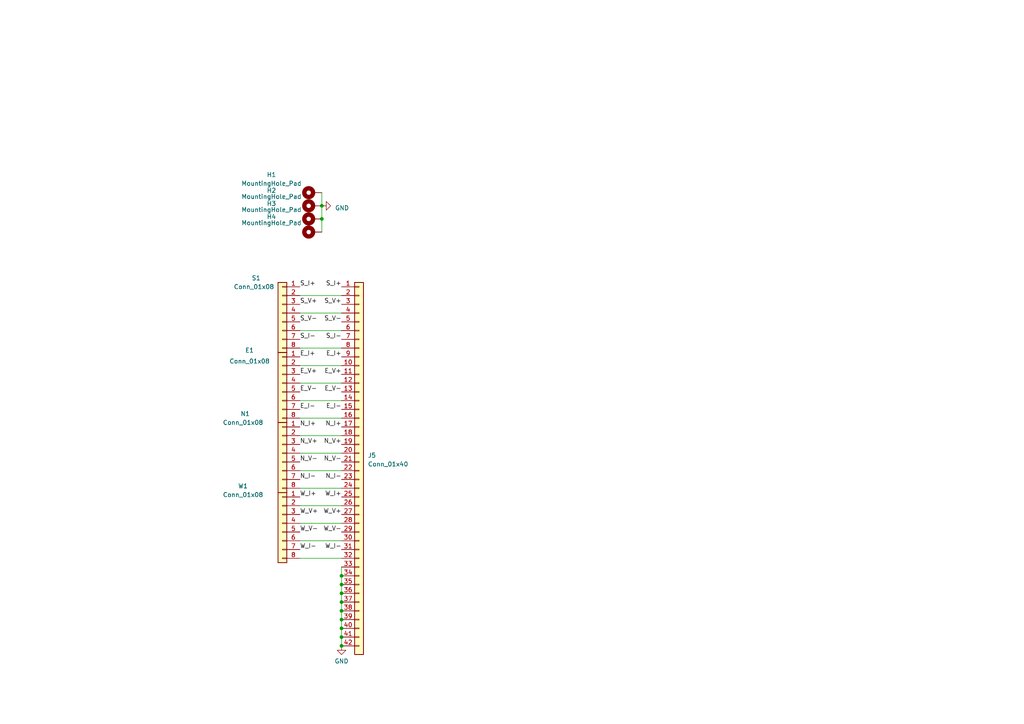
<source format=kicad_sch>
(kicad_sch (version 20230121) (generator eeschema)
  (paper "A4")
  (lib_symbols
    (symbol "Connector_Generic:Conn_01x08" (pin_names (offset 1.016) hide)
      (property "Reference" "J" (at 0 10.16 0))
      (property "Value" "Conn_01x08" (at 0 -12.7 0))
      (symbol "Conn_01x08_1_1"
        (rectangle (start -1.27 -10.033) (end 0 -10.287) (stroke (width 0.1524)))
        (rectangle (start -1.27 -7.493) (end 0 -7.747) (stroke (width 0.1524)))
        (rectangle (start -1.27 -4.953) (end 0 -5.207) (stroke (width 0.1524)))
        (rectangle (start -1.27 -2.413) (end 0 -2.667) (stroke (width 0.1524)))
        (rectangle (start -1.27 0.127) (end 0 -0.127) (stroke (width 0.1524)))
        (rectangle (start -1.27 2.667) (end 0 2.413) (stroke (width 0.1524)))
        (rectangle (start -1.27 5.207) (end 0 4.953) (stroke (width 0.1524)))
        (rectangle (start -1.27 7.747) (end 0 7.493) (stroke (width 0.1524)))
        (rectangle (start -1.27 8.89) (end 1.27 -11.43) (stroke (width 0.254)) (fill (type background)))
        (pin passive line (at -5.08 7.62 0) (length 3.81) (name "Pin_1") (number "1"))
        (pin passive line (at -5.08 5.08 0) (length 3.81) (name "Pin_2") (number "2"))
        (pin passive line (at -5.08 2.54 0) (length 3.81) (name "Pin_3") (number "3"))
        (pin passive line (at -5.08 0 0) (length 3.81) (name "Pin_4") (number "4"))
        (pin passive line (at -5.08 -2.54 0) (length 3.81) (name "Pin_5") (number "5"))
        (pin passive line (at -5.08 -5.08 0) (length 3.81) (name "Pin_6") (number "6"))
        (pin passive line (at -5.08 -7.62 0) (length 3.81) (name "Pin_7") (number "7"))
        (pin passive line (at -5.08 -10.16 0) (length 3.81) (name "Pin_8") (number "8"))
      )
    )
    (symbol "Connector_Generic:Conn_01x40" (pin_names (offset 1.016) hide)
      (property "Reference" "J5" (at 2.54 -0.635 0))
      (property "Value" "Conn_01x40" (at 2.54 -3.175 0))
      (symbol "Conn_01x40_1_1"
        (rectangle (start -1.27 -55.753) (end 0 -56.007) (stroke (width 0.1524)))
        (rectangle (start -1.27 -53.213) (end 0 -53.467) (stroke (width 0.1524)))
        (rectangle (start -1.27 -50.673) (end 0 -50.927) (stroke (width 0.1524)))
        (rectangle (start -1.27 -48.133) (end 0 -48.387) (stroke (width 0.1524)))
        (rectangle (start -1.27 -45.593) (end 0 -45.847) (stroke (width 0.1524)))
        (rectangle (start -1.27 -43.053) (end 0 -43.307) (stroke (width 0.1524)))
        (rectangle (start -1.27 -40.513) (end 0 -40.767) (stroke (width 0.1524)))
        (rectangle (start -1.27 -37.973) (end 0 -38.227) (stroke (width 0.1524)))
        (rectangle (start -1.27 -35.433) (end 0 -35.687) (stroke (width 0.1524)))
        (rectangle (start -1.27 -32.893) (end 0 -33.147) (stroke (width 0.1524)))
        (rectangle (start -1.27 -30.353) (end 0 -30.607) (stroke (width 0.1524)))
        (rectangle (start -1.27 -27.813) (end 0 -28.067) (stroke (width 0.1524)))
        (rectangle (start -1.27 -25.273) (end 0 -25.527) (stroke (width 0.1524)))
        (rectangle (start -1.27 -22.733) (end 0 -22.987) (stroke (width 0.1524)))
        (rectangle (start -1.27 -20.193) (end 0 -20.447) (stroke (width 0.1524)))
        (rectangle (start -1.27 -17.653) (end 0 -17.907) (stroke (width 0.1524)))
        (rectangle (start -1.27 -15.113) (end 0 -15.367) (stroke (width 0.1524)))
        (rectangle (start -1.27 -12.573) (end 0 -12.827) (stroke (width 0.1524)))
        (rectangle (start -1.27 -10.033) (end 0 -10.287) (stroke (width 0.1524)))
        (rectangle (start -1.27 -7.493) (end 0 -7.747) (stroke (width 0.1524)))
        (rectangle (start -1.27 -4.953) (end 0 -5.207) (stroke (width 0.1524)))
        (rectangle (start -1.27 -2.413) (end 0 -2.667) (stroke (width 0.1524)))
        (rectangle (start -1.27 0.127) (end 0 -0.127) (stroke (width 0.1524)))
        (rectangle (start -1.27 2.667) (end 0 2.413) (stroke (width 0.1524)))
        (rectangle (start -1.27 5.207) (end 0 4.953) (stroke (width 0.1524)))
        (rectangle (start -1.27 7.747) (end 0 7.493) (stroke (width 0.1524)))
        (rectangle (start -1.27 10.287) (end 0 10.033) (stroke (width 0.1524)))
        (rectangle (start -1.27 12.827) (end 0 12.573) (stroke (width 0.1524)))
        (rectangle (start -1.27 15.367) (end 0 15.113) (stroke (width 0.1524)))
        (rectangle (start -1.27 17.907) (end 0 17.653) (stroke (width 0.1524)))
        (rectangle (start -1.27 20.447) (end 0 20.193) (stroke (width 0.1524)))
        (rectangle (start -1.27 22.987) (end 0 22.733) (stroke (width 0.1524)))
        (rectangle (start -1.27 25.527) (end 0 25.273) (stroke (width 0.1524)))
        (rectangle (start -1.27 28.067) (end 0 27.813) (stroke (width 0.1524)))
        (rectangle (start -1.27 30.607) (end 0 30.353) (stroke (width 0.1524)))
        (rectangle (start -1.27 33.147) (end 0 32.893) (stroke (width 0.1524)))
        (rectangle (start -1.27 35.687) (end 0 35.433) (stroke (width 0.1524)))
        (rectangle (start -1.27 38.227) (end 0 37.973) (stroke (width 0.1524)))
        (rectangle (start -1.27 40.767) (end 0 40.513) (stroke (width 0.1524)))
        (rectangle (start -1.27 43.307) (end 0 43.053) (stroke (width 0.1524)))
        (rectangle (start -1.27 45.847) (end 0 45.593) (stroke (width 0.1524)))
        (rectangle (start -1.27 48.387) (end 0 48.133) (stroke (width 0.1524)))
        (rectangle (start -1.27 49.53) (end 1.27 -58.3946) (stroke (width 0.254)) (fill (type background)))
        (pin passive line (at -5.08 48.26 0) (length 3.81) (name "Pin_1") (number "1"))
        (pin passive line (at -5.08 25.4 0) (length 3.81) (name "Pin_10") (number "10"))
        (pin passive line (at -5.08 22.86 0) (length 3.81) (name "Pin_11") (number "11"))
        (pin passive line (at -5.08 20.32 0) (length 3.81) (name "Pin_12") (number "12"))
        (pin passive line (at -5.08 17.78 0) (length 3.81) (name "Pin_13") (number "13"))
        (pin passive line (at -5.08 15.24 0) (length 3.81) (name "Pin_14") (number "14"))
        (pin passive line (at -5.08 12.7 0) (length 3.81) (name "Pin_15") (number "15"))
        (pin passive line (at -5.08 10.16 0) (length 3.81) (name "Pin_16") (number "16"))
        (pin passive line (at -5.08 7.62 0) (length 3.81) (name "Pin_17") (number "17"))
        (pin passive line (at -5.08 5.08 0) (length 3.81) (name "Pin_18") (number "18"))
        (pin passive line (at -5.08 2.54 0) (length 3.81) (name "Pin_19") (number "19"))
        (pin passive line (at -5.08 45.72 0) (length 3.81) (name "Pin_2") (number "2"))
        (pin passive line (at -5.08 0 0) (length 3.81) (name "Pin_20") (number "20"))
        (pin passive line (at -5.08 -2.54 0) (length 3.81) (name "Pin_21") (number "21"))
        (pin passive line (at -5.08 -5.08 0) (length 3.81) (name "Pin_22") (number "22"))
        (pin passive line (at -5.08 -7.62 0) (length 3.81) (name "Pin_23") (number "23"))
        (pin passive line (at -5.08 -10.16 0) (length 3.81) (name "Pin_24") (number "24"))
        (pin passive line (at -5.08 -12.7 0) (length 3.81) (name "Pin_25") (number "25"))
        (pin passive line (at -5.08 -15.24 0) (length 3.81) (name "Pin_26") (number "26"))
        (pin passive line (at -5.08 -17.78 0) (length 3.81) (name "Pin_27") (number "27"))
        (pin passive line (at -5.08 -20.32 0) (length 3.81) (name "Pin_28") (number "28"))
        (pin passive line (at -5.08 -22.86 0) (length 3.81) (name "Pin_29") (number "29"))
        (pin passive line (at -5.08 43.18 0) (length 3.81) (name "Pin_3") (number "3"))
        (pin passive line (at -5.08 -25.4 0) (length 3.81) (name "Pin_30") (number "30"))
        (pin passive line (at -5.08 -27.94 0) (length 3.81) (name "Pin_31") (number "31"))
        (pin passive line (at -5.08 -30.48 0) (length 3.81) (name "Pin_32") (number "32"))
        (pin passive line (at -5.08 -33.02 0) (length 3.81) (name "Pin_33") (number "33"))
        (pin passive line (at -5.08 -35.56 0) (length 3.81) (name "Pin_34") (number "34"))
        (pin passive line (at -5.08 -38.1 0) (length 3.81) (name "Pin_35") (number "35"))
        (pin passive line (at -5.08 -40.64 0) (length 3.81) (name "Pin_36") (number "36"))
        (pin passive line (at -5.08 -43.18 0) (length 3.81) (name "Pin_37") (number "37"))
        (pin passive line (at -5.08 -45.72 0) (length 3.81) (name "Pin_38") (number "38"))
        (pin passive line (at -5.08 -48.26 0) (length 3.81) (name "Pin_39") (number "39"))
        (pin passive line (at -5.08 40.64 0) (length 3.81) (name "Pin_4") (number "4"))
        (pin passive line (at -5.08 -50.8 0) (length 3.81) (name "Pin_40") (number "40"))
        (pin passive line (at -5.08 -53.34 0) (length 3.81) (name "Pin_41") (number "41"))
        (pin passive line (at -5.08 -55.88 0) (length 3.81) (name "Pin_42") (number "42"))
        (pin passive line (at -5.08 38.1 0) (length 3.81) (name "Pin_5") (number "5"))
        (pin passive line (at -5.08 35.56 0) (length 3.81) (name "Pin_6") (number "6"))
        (pin passive line (at -5.08 33.02 0) (length 3.81) (name "Pin_7") (number "7"))
        (pin passive line (at -5.08 30.48 0) (length 3.81) (name "Pin_8") (number "8"))
        (pin passive line (at -5.08 27.94 0) (length 3.81) (name "Pin_9") (number "9"))
      )
    )
    (symbol "Mechanical:MountingHole_Pad" (pin_numbers hide) (pin_names (offset 1.016) hide)
      (property "Reference" "H" (at 0 6.35 0))
      (property "Value" "MountingHole_Pad" (at 0 4.445 0))
      (symbol "MountingHole_Pad_0_1"
        (circle (center 0 1.27) (radius 1.27) (stroke (width 1.27)))
      )
      (symbol "MountingHole_Pad_1_1"
        (pin input line (at 0 -2.54 90) (length 2.54) (name "1") (number "1"))
      )
    )
    (symbol "power:GND" (power) (pin_names (offset 0))
      (property "Value" "GND" (at 0 -3.81 0))
      (symbol "GND_0_1"
        (polyline (pts (xy 0 0) (xy 0 -1.27) (xy 1.27 -1.27) (xy 0 -2.54) (xy -1.27 -1.27) (xy 0 -1.27)))
      )
      (symbol "GND_1_1"
        (pin power_in line (at 0 0 270) (length 0) hide (name "GND") (number "1"))
      )
    )
  )
  (junction (at 99.06 179.705))
  (junction (at 99.06 184.785))
  (junction (at 99.06 172.085))
  (junction (at 99.06 174.625))
  (junction (at 99.06 169.545))
  (junction (at 99.06 182.245))
  (junction (at 99.06 187.325))
  (junction (at 93.345 59.69))
  (junction (at 99.06 177.165))
  (junction (at 93.345 63.5))
  (junction (at 99.06 167.005))
  (wire (pts (xy 86.995 106.045) (xy 99.06 106.045)))
  (wire (pts (xy 99.06 179.705) (xy 99.06 182.245)))
  (wire (pts (xy 86.995 136.525) (xy 99.06 136.525)))
  (wire (pts (xy 99.06 177.165) (xy 99.06 179.705)))
  (wire (pts (xy 86.995 111.125) (xy 99.06 111.125)))
  (wire (pts (xy 99.06 174.625) (xy 99.06 177.165)))
  (wire (pts (xy 99.06 182.245) (xy 99.06 184.785)))
  (wire (pts (xy 86.995 146.685) (xy 99.06 146.685)))
  (wire (pts (xy 86.995 131.445) (xy 99.06 131.445)))
  (wire (pts (xy 86.995 85.725) (xy 99.06 85.725)))
  (wire (pts (xy 93.345 63.5) (xy 93.345 67.31)))
  (wire (pts (xy 86.995 161.925) (xy 99.06 161.925)))
  (wire (pts (xy 93.345 59.69) (xy 93.345 63.5)))
  (wire (pts (xy 93.345 55.88) (xy 93.345 59.69)))
  (wire (pts (xy 99.06 169.545) (xy 99.06 172.085)))
  (wire (pts (xy 86.995 156.845) (xy 99.06 156.845)))
  (wire (pts (xy 86.995 141.605) (xy 99.06 141.605)))
  (wire (pts (xy 99.06 184.785) (xy 99.06 187.325)))
  (wire (pts (xy 86.995 90.805) (xy 99.06 90.805)))
  (wire (pts (xy 86.995 121.285) (xy 99.06 121.285)))
  (wire (pts (xy 86.995 151.765) (xy 99.06 151.765)))
  (wire (pts (xy 99.06 164.465) (xy 99.06 167.005)))
  (wire (pts (xy 86.995 95.885) (xy 99.06 95.885)))
  (wire (pts (xy 99.06 172.085) (xy 99.06 174.625)))
  (wire (pts (xy 86.995 100.965) (xy 99.06 100.965)))
  (wire (pts (xy 99.06 167.005) (xy 99.06 169.545)))
  (wire (pts (xy 86.995 126.365) (xy 99.06 126.365)))
  (wire (pts (xy 86.995 116.205) (xy 99.06 116.205)))
  (label "S_I-" (at 99.06 98.425 180))
  (label "N_I+" (at 86.995 123.825 0))
  (label "E_I-" (at 99.06 118.745 180))
  (label "E_I+" (at 86.995 103.505 0))
  (label "W_V+" (at 86.995 149.225 0))
  (label "N_V-" (at 86.995 133.985 0))
  (label "W_I+" (at 86.995 144.145 0))
  (label "W_I-" (at 86.995 159.385 0))
  (label "N_I+" (at 99.06 123.825 180))
  (label "S_V-" (at 99.06 93.345 180))
  (label "W_V+" (at 99.06 149.225 180))
  (label "S_V-" (at 86.995 93.345 0))
  (label "N_V+" (at 86.995 128.905 0))
  (label "W_V-" (at 99.06 154.305 180))
  (label "E_V+" (at 99.06 108.585 180))
  (label "W_V-" (at 86.995 154.305 0))
  (label "S_I+" (at 99.06 83.185 180))
  (label "E_I-" (at 86.995 118.745 0))
  (label "W_I+" (at 99.06 144.145 180))
  (label "S_V+" (at 99.06 88.265 180))
  (label "E_V-" (at 86.995 113.665 0))
  (label "E_I+" (at 99.06 103.505 180))
  (label "N_I-" (at 86.995 139.065 0))
  (label "N_V+" (at 99.06 128.905 180))
  (label "W_I-" (at 99.06 159.385 180))
  (label "N_I-" (at 99.06 139.065 180))
  (label "S_I-" (at 86.995 98.425 0))
  (label "N_V-" (at 99.06 133.985 180))
  (label "E_V-" (at 99.06 113.665 180))
  (label "E_V+" (at 86.995 108.585 0))
  (label "S_V+" (at 86.995 88.265 0))
  (label "S_I+" (at 86.995 83.185 0))
  (symbol (lib_id "Connector_Generic:Conn_01x08") (at 81.915 90.805 0) (mirror y) (unit 1)
    (property "Reference" "S1" (at 74.295 80.645 0))
    (property "Value" "Conn_01x08" (at 73.66 83.185 0))
    (property "Footprint" "0_led_probe_footprint_lib:wirebond_8x_0.6x2cm" (effects hide))
  )
  (symbol (lib_id "Connector_Generic:Conn_01x40") (at 104.14 131.445 0) (unit 1)
    (property "Reference" "J5" (at 106.68 132.08 0) (effects (justify left)))
    (property "Value" "Conn_01x40" (at 106.68 134.62 0) (effects (justify left)))
    (property "Footprint" "0_led_probe_footprint_lib:FPC-SMD_P0.50-40P_FGS-XJ-H2.0" (effects hide))
    (property "LCSC" "C262674" (effects hide))
  )
  (symbol (lib_id "Connector_Generic:Conn_01x08") (at 81.915 151.765 0) (mirror y) (unit 1)
    (property "Reference" "W1" (at 70.485 140.97 0))
    (property "Value" "Conn_01x08" (at 70.485 143.51 0))
    (property "Footprint" "0_led_probe_footprint_lib:wirebond_8x_0.6x2cm" (effects hide))
  )
  (symbol (lib_id "Mechanical:MountingHole_Pad") (at 90.805 55.88 90) (unit 1)
    (property "Reference" "H1" (at 78.74 50.673 90))
    (property "Value" "MountingHole_Pad" (at 78.74 53.213 90))
    (property "Footprint" "MountingHole:MountingHole_2.2mm_M2_DIN965_Pad" (effects hide))
  )
  (symbol (lib_id "Connector_Generic:Conn_01x08") (at 81.915 131.445 0) (mirror y) (unit 1)
    (property "Reference" "N1" (at 71.12 120.015 0))
    (property "Value" "Conn_01x08" (at 70.485 122.555 0))
    (property "Footprint" "0_led_probe_footprint_lib:wirebond_8x_0.6x2cm" (effects hide))
  )
  (symbol (lib_id "Mechanical:MountingHole_Pad") (at 90.805 59.69 90) (unit 1)
    (property "Reference" "H2" (at 78.74 55.245 90))
    (property "Value" "MountingHole_Pad" (at 78.74 57.023 90))
    (property "Footprint" "MountingHole:MountingHole_2.2mm_M2_DIN965_Pad" (effects hide))
  )
  (symbol (lib_id "Mechanical:MountingHole_Pad") (at 90.805 67.31 90) (unit 1)
    (property "Reference" "H4" (at 78.74 62.865 90))
    (property "Value" "MountingHole_Pad" (at 78.74 64.643 90))
    (property "Footprint" "MountingHole:MountingHole_2.2mm_M2_DIN965_Pad" (effects hide))
  )
  (symbol (lib_id "power:GND") (at 99.06 187.325 0) (unit 1)
    (property "Reference" "#PWR02" (effects hide))
    (property "Value" "GND" (at 99.06 191.77 0))
  )
  (symbol (lib_id "power:GND") (at 93.345 59.69 90) (unit 1)
    (property "Reference" "#PWR01" (effects hide))
    (property "Value" "GND" (at 97.155 60.325 90) (effects (justify right)))
  )
  (symbol (lib_id "Connector_Generic:Conn_01x08") (at 81.915 111.125 0) (mirror y) (unit 1)
    (property "Reference" "E1" (at 72.39 101.6 0))
    (property "Value" "Conn_01x08" (at 72.39 104.775 0))
    (property "Footprint" "0_led_probe_footprint_lib:wirebond_8x_0.6x2cm" (effects hide))
  )
  (symbol (lib_id "Mechanical:MountingHole_Pad") (at 90.805 63.5 90) (unit 1)
    (property "Reference" "H3" (at 78.74 59.055 90))
    (property "Value" "MountingHole_Pad" (at 78.74 60.833 90))
    (property "Footprint" "MountingHole:MountingHole_2.2mm_M2_DIN965_Pad" (effects hide))
  )
)
</source>
